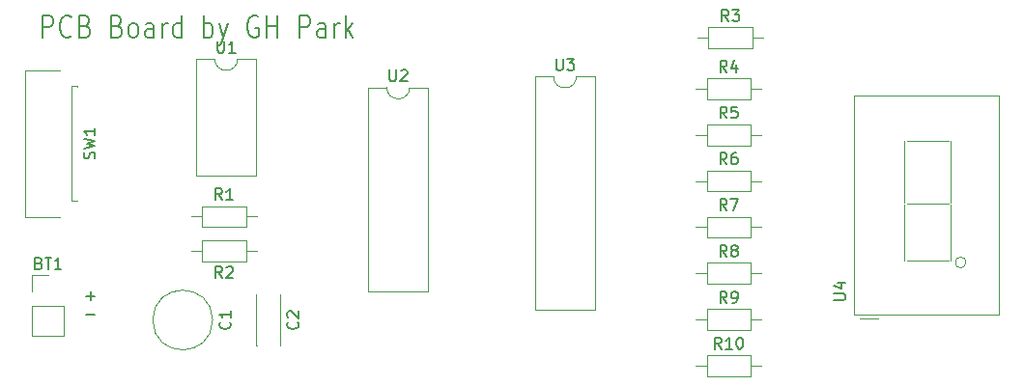
<source format=gbr>
%TF.GenerationSoftware,KiCad,Pcbnew,9.0.4*%
%TF.CreationDate,2025-10-16T13:30:05+09:00*%
%TF.ProjectId,HAM_Seminar,48414d5f-5365-46d6-996e-61722e6b6963,rev?*%
%TF.SameCoordinates,Original*%
%TF.FileFunction,Legend,Top*%
%TF.FilePolarity,Positive*%
%FSLAX46Y46*%
G04 Gerber Fmt 4.6, Leading zero omitted, Abs format (unit mm)*
G04 Created by KiCad (PCBNEW 9.0.4) date 2025-10-16 13:30:05*
%MOMM*%
%LPD*%
G01*
G04 APERTURE LIST*
%ADD10C,0.150000*%
%ADD11C,0.200000*%
%ADD12C,0.120000*%
G04 APERTURE END LIST*
D10*
X173336779Y-101378922D02*
X174098684Y-101378922D01*
X173717731Y-101759875D02*
X173717731Y-100997970D01*
X173336779Y-102988866D02*
X174098684Y-102988866D01*
D11*
X169512530Y-78744838D02*
X169512530Y-76744838D01*
X169512530Y-76744838D02*
X170122054Y-76744838D01*
X170122054Y-76744838D02*
X170274435Y-76840076D01*
X170274435Y-76840076D02*
X170350625Y-76935314D01*
X170350625Y-76935314D02*
X170426816Y-77125790D01*
X170426816Y-77125790D02*
X170426816Y-77411504D01*
X170426816Y-77411504D02*
X170350625Y-77601980D01*
X170350625Y-77601980D02*
X170274435Y-77697219D01*
X170274435Y-77697219D02*
X170122054Y-77792457D01*
X170122054Y-77792457D02*
X169512530Y-77792457D01*
X172026816Y-78554361D02*
X171950625Y-78649600D01*
X171950625Y-78649600D02*
X171722054Y-78744838D01*
X171722054Y-78744838D02*
X171569673Y-78744838D01*
X171569673Y-78744838D02*
X171341101Y-78649600D01*
X171341101Y-78649600D02*
X171188720Y-78459123D01*
X171188720Y-78459123D02*
X171112530Y-78268647D01*
X171112530Y-78268647D02*
X171036339Y-77887695D01*
X171036339Y-77887695D02*
X171036339Y-77601980D01*
X171036339Y-77601980D02*
X171112530Y-77221028D01*
X171112530Y-77221028D02*
X171188720Y-77030552D01*
X171188720Y-77030552D02*
X171341101Y-76840076D01*
X171341101Y-76840076D02*
X171569673Y-76744838D01*
X171569673Y-76744838D02*
X171722054Y-76744838D01*
X171722054Y-76744838D02*
X171950625Y-76840076D01*
X171950625Y-76840076D02*
X172026816Y-76935314D01*
X173245863Y-77697219D02*
X173474435Y-77792457D01*
X173474435Y-77792457D02*
X173550625Y-77887695D01*
X173550625Y-77887695D02*
X173626816Y-78078171D01*
X173626816Y-78078171D02*
X173626816Y-78363885D01*
X173626816Y-78363885D02*
X173550625Y-78554361D01*
X173550625Y-78554361D02*
X173474435Y-78649600D01*
X173474435Y-78649600D02*
X173322054Y-78744838D01*
X173322054Y-78744838D02*
X172712530Y-78744838D01*
X172712530Y-78744838D02*
X172712530Y-76744838D01*
X172712530Y-76744838D02*
X173245863Y-76744838D01*
X173245863Y-76744838D02*
X173398244Y-76840076D01*
X173398244Y-76840076D02*
X173474435Y-76935314D01*
X173474435Y-76935314D02*
X173550625Y-77125790D01*
X173550625Y-77125790D02*
X173550625Y-77316266D01*
X173550625Y-77316266D02*
X173474435Y-77506742D01*
X173474435Y-77506742D02*
X173398244Y-77601980D01*
X173398244Y-77601980D02*
X173245863Y-77697219D01*
X173245863Y-77697219D02*
X172712530Y-77697219D01*
X176064911Y-77697219D02*
X176293483Y-77792457D01*
X176293483Y-77792457D02*
X176369673Y-77887695D01*
X176369673Y-77887695D02*
X176445864Y-78078171D01*
X176445864Y-78078171D02*
X176445864Y-78363885D01*
X176445864Y-78363885D02*
X176369673Y-78554361D01*
X176369673Y-78554361D02*
X176293483Y-78649600D01*
X176293483Y-78649600D02*
X176141102Y-78744838D01*
X176141102Y-78744838D02*
X175531578Y-78744838D01*
X175531578Y-78744838D02*
X175531578Y-76744838D01*
X175531578Y-76744838D02*
X176064911Y-76744838D01*
X176064911Y-76744838D02*
X176217292Y-76840076D01*
X176217292Y-76840076D02*
X176293483Y-76935314D01*
X176293483Y-76935314D02*
X176369673Y-77125790D01*
X176369673Y-77125790D02*
X176369673Y-77316266D01*
X176369673Y-77316266D02*
X176293483Y-77506742D01*
X176293483Y-77506742D02*
X176217292Y-77601980D01*
X176217292Y-77601980D02*
X176064911Y-77697219D01*
X176064911Y-77697219D02*
X175531578Y-77697219D01*
X177360149Y-78744838D02*
X177207768Y-78649600D01*
X177207768Y-78649600D02*
X177131578Y-78554361D01*
X177131578Y-78554361D02*
X177055387Y-78363885D01*
X177055387Y-78363885D02*
X177055387Y-77792457D01*
X177055387Y-77792457D02*
X177131578Y-77601980D01*
X177131578Y-77601980D02*
X177207768Y-77506742D01*
X177207768Y-77506742D02*
X177360149Y-77411504D01*
X177360149Y-77411504D02*
X177588721Y-77411504D01*
X177588721Y-77411504D02*
X177741102Y-77506742D01*
X177741102Y-77506742D02*
X177817292Y-77601980D01*
X177817292Y-77601980D02*
X177893483Y-77792457D01*
X177893483Y-77792457D02*
X177893483Y-78363885D01*
X177893483Y-78363885D02*
X177817292Y-78554361D01*
X177817292Y-78554361D02*
X177741102Y-78649600D01*
X177741102Y-78649600D02*
X177588721Y-78744838D01*
X177588721Y-78744838D02*
X177360149Y-78744838D01*
X179264911Y-78744838D02*
X179264911Y-77697219D01*
X179264911Y-77697219D02*
X179188721Y-77506742D01*
X179188721Y-77506742D02*
X179036340Y-77411504D01*
X179036340Y-77411504D02*
X178731578Y-77411504D01*
X178731578Y-77411504D02*
X178579197Y-77506742D01*
X179264911Y-78649600D02*
X179112530Y-78744838D01*
X179112530Y-78744838D02*
X178731578Y-78744838D01*
X178731578Y-78744838D02*
X178579197Y-78649600D01*
X178579197Y-78649600D02*
X178503006Y-78459123D01*
X178503006Y-78459123D02*
X178503006Y-78268647D01*
X178503006Y-78268647D02*
X178579197Y-78078171D01*
X178579197Y-78078171D02*
X178731578Y-77982933D01*
X178731578Y-77982933D02*
X179112530Y-77982933D01*
X179112530Y-77982933D02*
X179264911Y-77887695D01*
X180026816Y-78744838D02*
X180026816Y-77411504D01*
X180026816Y-77792457D02*
X180103006Y-77601980D01*
X180103006Y-77601980D02*
X180179197Y-77506742D01*
X180179197Y-77506742D02*
X180331578Y-77411504D01*
X180331578Y-77411504D02*
X180483959Y-77411504D01*
X181703006Y-78744838D02*
X181703006Y-76744838D01*
X181703006Y-78649600D02*
X181550625Y-78744838D01*
X181550625Y-78744838D02*
X181245863Y-78744838D01*
X181245863Y-78744838D02*
X181093482Y-78649600D01*
X181093482Y-78649600D02*
X181017292Y-78554361D01*
X181017292Y-78554361D02*
X180941101Y-78363885D01*
X180941101Y-78363885D02*
X180941101Y-77792457D01*
X180941101Y-77792457D02*
X181017292Y-77601980D01*
X181017292Y-77601980D02*
X181093482Y-77506742D01*
X181093482Y-77506742D02*
X181245863Y-77411504D01*
X181245863Y-77411504D02*
X181550625Y-77411504D01*
X181550625Y-77411504D02*
X181703006Y-77506742D01*
X183683959Y-78744838D02*
X183683959Y-76744838D01*
X183683959Y-77506742D02*
X183836340Y-77411504D01*
X183836340Y-77411504D02*
X184141102Y-77411504D01*
X184141102Y-77411504D02*
X184293483Y-77506742D01*
X184293483Y-77506742D02*
X184369673Y-77601980D01*
X184369673Y-77601980D02*
X184445864Y-77792457D01*
X184445864Y-77792457D02*
X184445864Y-78363885D01*
X184445864Y-78363885D02*
X184369673Y-78554361D01*
X184369673Y-78554361D02*
X184293483Y-78649600D01*
X184293483Y-78649600D02*
X184141102Y-78744838D01*
X184141102Y-78744838D02*
X183836340Y-78744838D01*
X183836340Y-78744838D02*
X183683959Y-78649600D01*
X184979197Y-77411504D02*
X185360149Y-78744838D01*
X185741102Y-77411504D02*
X185360149Y-78744838D01*
X185360149Y-78744838D02*
X185207768Y-79221028D01*
X185207768Y-79221028D02*
X185131578Y-79316266D01*
X185131578Y-79316266D02*
X184979197Y-79411504D01*
X188407769Y-76840076D02*
X188255388Y-76744838D01*
X188255388Y-76744838D02*
X188026817Y-76744838D01*
X188026817Y-76744838D02*
X187798245Y-76840076D01*
X187798245Y-76840076D02*
X187645864Y-77030552D01*
X187645864Y-77030552D02*
X187569674Y-77221028D01*
X187569674Y-77221028D02*
X187493483Y-77601980D01*
X187493483Y-77601980D02*
X187493483Y-77887695D01*
X187493483Y-77887695D02*
X187569674Y-78268647D01*
X187569674Y-78268647D02*
X187645864Y-78459123D01*
X187645864Y-78459123D02*
X187798245Y-78649600D01*
X187798245Y-78649600D02*
X188026817Y-78744838D01*
X188026817Y-78744838D02*
X188179198Y-78744838D01*
X188179198Y-78744838D02*
X188407769Y-78649600D01*
X188407769Y-78649600D02*
X188483960Y-78554361D01*
X188483960Y-78554361D02*
X188483960Y-77887695D01*
X188483960Y-77887695D02*
X188179198Y-77887695D01*
X189169674Y-78744838D02*
X189169674Y-76744838D01*
X189169674Y-77697219D02*
X190083960Y-77697219D01*
X190083960Y-78744838D02*
X190083960Y-76744838D01*
X192064912Y-78744838D02*
X192064912Y-76744838D01*
X192064912Y-76744838D02*
X192674436Y-76744838D01*
X192674436Y-76744838D02*
X192826817Y-76840076D01*
X192826817Y-76840076D02*
X192903007Y-76935314D01*
X192903007Y-76935314D02*
X192979198Y-77125790D01*
X192979198Y-77125790D02*
X192979198Y-77411504D01*
X192979198Y-77411504D02*
X192903007Y-77601980D01*
X192903007Y-77601980D02*
X192826817Y-77697219D01*
X192826817Y-77697219D02*
X192674436Y-77792457D01*
X192674436Y-77792457D02*
X192064912Y-77792457D01*
X194350626Y-78744838D02*
X194350626Y-77697219D01*
X194350626Y-77697219D02*
X194274436Y-77506742D01*
X194274436Y-77506742D02*
X194122055Y-77411504D01*
X194122055Y-77411504D02*
X193817293Y-77411504D01*
X193817293Y-77411504D02*
X193664912Y-77506742D01*
X194350626Y-78649600D02*
X194198245Y-78744838D01*
X194198245Y-78744838D02*
X193817293Y-78744838D01*
X193817293Y-78744838D02*
X193664912Y-78649600D01*
X193664912Y-78649600D02*
X193588721Y-78459123D01*
X193588721Y-78459123D02*
X193588721Y-78268647D01*
X193588721Y-78268647D02*
X193664912Y-78078171D01*
X193664912Y-78078171D02*
X193817293Y-77982933D01*
X193817293Y-77982933D02*
X194198245Y-77982933D01*
X194198245Y-77982933D02*
X194350626Y-77887695D01*
X195112531Y-78744838D02*
X195112531Y-77411504D01*
X195112531Y-77792457D02*
X195188721Y-77601980D01*
X195188721Y-77601980D02*
X195264912Y-77506742D01*
X195264912Y-77506742D02*
X195417293Y-77411504D01*
X195417293Y-77411504D02*
X195569674Y-77411504D01*
X196103007Y-78744838D02*
X196103007Y-76744838D01*
X196255388Y-77982933D02*
X196712531Y-78744838D01*
X196712531Y-77411504D02*
X196103007Y-78173409D01*
D10*
X229643333Y-77284819D02*
X229310000Y-76808628D01*
X229071905Y-77284819D02*
X229071905Y-76284819D01*
X229071905Y-76284819D02*
X229452857Y-76284819D01*
X229452857Y-76284819D02*
X229548095Y-76332438D01*
X229548095Y-76332438D02*
X229595714Y-76380057D01*
X229595714Y-76380057D02*
X229643333Y-76475295D01*
X229643333Y-76475295D02*
X229643333Y-76618152D01*
X229643333Y-76618152D02*
X229595714Y-76713390D01*
X229595714Y-76713390D02*
X229548095Y-76761009D01*
X229548095Y-76761009D02*
X229452857Y-76808628D01*
X229452857Y-76808628D02*
X229071905Y-76808628D01*
X229976667Y-76284819D02*
X230595714Y-76284819D01*
X230595714Y-76284819D02*
X230262381Y-76665771D01*
X230262381Y-76665771D02*
X230405238Y-76665771D01*
X230405238Y-76665771D02*
X230500476Y-76713390D01*
X230500476Y-76713390D02*
X230548095Y-76761009D01*
X230548095Y-76761009D02*
X230595714Y-76856247D01*
X230595714Y-76856247D02*
X230595714Y-77094342D01*
X230595714Y-77094342D02*
X230548095Y-77189580D01*
X230548095Y-77189580D02*
X230500476Y-77237200D01*
X230500476Y-77237200D02*
X230405238Y-77284819D01*
X230405238Y-77284819D02*
X230119524Y-77284819D01*
X230119524Y-77284819D02*
X230024286Y-77237200D01*
X230024286Y-77237200D02*
X229976667Y-77189580D01*
X169214285Y-98511009D02*
X169357142Y-98558628D01*
X169357142Y-98558628D02*
X169404761Y-98606247D01*
X169404761Y-98606247D02*
X169452380Y-98701485D01*
X169452380Y-98701485D02*
X169452380Y-98844342D01*
X169452380Y-98844342D02*
X169404761Y-98939580D01*
X169404761Y-98939580D02*
X169357142Y-98987200D01*
X169357142Y-98987200D02*
X169261904Y-99034819D01*
X169261904Y-99034819D02*
X168880952Y-99034819D01*
X168880952Y-99034819D02*
X168880952Y-98034819D01*
X168880952Y-98034819D02*
X169214285Y-98034819D01*
X169214285Y-98034819D02*
X169309523Y-98082438D01*
X169309523Y-98082438D02*
X169357142Y-98130057D01*
X169357142Y-98130057D02*
X169404761Y-98225295D01*
X169404761Y-98225295D02*
X169404761Y-98320533D01*
X169404761Y-98320533D02*
X169357142Y-98415771D01*
X169357142Y-98415771D02*
X169309523Y-98463390D01*
X169309523Y-98463390D02*
X169214285Y-98511009D01*
X169214285Y-98511009D02*
X168880952Y-98511009D01*
X169738095Y-98034819D02*
X170309523Y-98034819D01*
X170023809Y-99034819D02*
X170023809Y-98034819D01*
X171166666Y-99034819D02*
X170595238Y-99034819D01*
X170880952Y-99034819D02*
X170880952Y-98034819D01*
X170880952Y-98034819D02*
X170785714Y-98177676D01*
X170785714Y-98177676D02*
X170690476Y-98272914D01*
X170690476Y-98272914D02*
X170595238Y-98320533D01*
X185253333Y-92954819D02*
X184920000Y-92478628D01*
X184681905Y-92954819D02*
X184681905Y-91954819D01*
X184681905Y-91954819D02*
X185062857Y-91954819D01*
X185062857Y-91954819D02*
X185158095Y-92002438D01*
X185158095Y-92002438D02*
X185205714Y-92050057D01*
X185205714Y-92050057D02*
X185253333Y-92145295D01*
X185253333Y-92145295D02*
X185253333Y-92288152D01*
X185253333Y-92288152D02*
X185205714Y-92383390D01*
X185205714Y-92383390D02*
X185158095Y-92431009D01*
X185158095Y-92431009D02*
X185062857Y-92478628D01*
X185062857Y-92478628D02*
X184681905Y-92478628D01*
X186205714Y-92954819D02*
X185634286Y-92954819D01*
X185920000Y-92954819D02*
X185920000Y-91954819D01*
X185920000Y-91954819D02*
X185824762Y-92097676D01*
X185824762Y-92097676D02*
X185729524Y-92192914D01*
X185729524Y-92192914D02*
X185634286Y-92240533D01*
X199928095Y-81544819D02*
X199928095Y-82354342D01*
X199928095Y-82354342D02*
X199975714Y-82449580D01*
X199975714Y-82449580D02*
X200023333Y-82497200D01*
X200023333Y-82497200D02*
X200118571Y-82544819D01*
X200118571Y-82544819D02*
X200309047Y-82544819D01*
X200309047Y-82544819D02*
X200404285Y-82497200D01*
X200404285Y-82497200D02*
X200451904Y-82449580D01*
X200451904Y-82449580D02*
X200499523Y-82354342D01*
X200499523Y-82354342D02*
X200499523Y-81544819D01*
X200928095Y-81640057D02*
X200975714Y-81592438D01*
X200975714Y-81592438D02*
X201070952Y-81544819D01*
X201070952Y-81544819D02*
X201309047Y-81544819D01*
X201309047Y-81544819D02*
X201404285Y-81592438D01*
X201404285Y-81592438D02*
X201451904Y-81640057D01*
X201451904Y-81640057D02*
X201499523Y-81735295D01*
X201499523Y-81735295D02*
X201499523Y-81830533D01*
X201499523Y-81830533D02*
X201451904Y-81973390D01*
X201451904Y-81973390D02*
X200880476Y-82544819D01*
X200880476Y-82544819D02*
X201499523Y-82544819D01*
X184853095Y-79044819D02*
X184853095Y-79854342D01*
X184853095Y-79854342D02*
X184900714Y-79949580D01*
X184900714Y-79949580D02*
X184948333Y-79997200D01*
X184948333Y-79997200D02*
X185043571Y-80044819D01*
X185043571Y-80044819D02*
X185234047Y-80044819D01*
X185234047Y-80044819D02*
X185329285Y-79997200D01*
X185329285Y-79997200D02*
X185376904Y-79949580D01*
X185376904Y-79949580D02*
X185424523Y-79854342D01*
X185424523Y-79854342D02*
X185424523Y-79044819D01*
X186424523Y-80044819D02*
X185853095Y-80044819D01*
X186138809Y-80044819D02*
X186138809Y-79044819D01*
X186138809Y-79044819D02*
X186043571Y-79187676D01*
X186043571Y-79187676D02*
X185948333Y-79282914D01*
X185948333Y-79282914D02*
X185853095Y-79330533D01*
X214548095Y-80584819D02*
X214548095Y-81394342D01*
X214548095Y-81394342D02*
X214595714Y-81489580D01*
X214595714Y-81489580D02*
X214643333Y-81537200D01*
X214643333Y-81537200D02*
X214738571Y-81584819D01*
X214738571Y-81584819D02*
X214929047Y-81584819D01*
X214929047Y-81584819D02*
X215024285Y-81537200D01*
X215024285Y-81537200D02*
X215071904Y-81489580D01*
X215071904Y-81489580D02*
X215119523Y-81394342D01*
X215119523Y-81394342D02*
X215119523Y-80584819D01*
X215500476Y-80584819D02*
X216119523Y-80584819D01*
X216119523Y-80584819D02*
X215786190Y-80965771D01*
X215786190Y-80965771D02*
X215929047Y-80965771D01*
X215929047Y-80965771D02*
X216024285Y-81013390D01*
X216024285Y-81013390D02*
X216071904Y-81061009D01*
X216071904Y-81061009D02*
X216119523Y-81156247D01*
X216119523Y-81156247D02*
X216119523Y-81394342D01*
X216119523Y-81394342D02*
X216071904Y-81489580D01*
X216071904Y-81489580D02*
X216024285Y-81537200D01*
X216024285Y-81537200D02*
X215929047Y-81584819D01*
X215929047Y-81584819D02*
X215643333Y-81584819D01*
X215643333Y-81584819D02*
X215548095Y-81537200D01*
X215548095Y-81537200D02*
X215500476Y-81489580D01*
X191864580Y-103666666D02*
X191912200Y-103714285D01*
X191912200Y-103714285D02*
X191959819Y-103857142D01*
X191959819Y-103857142D02*
X191959819Y-103952380D01*
X191959819Y-103952380D02*
X191912200Y-104095237D01*
X191912200Y-104095237D02*
X191816961Y-104190475D01*
X191816961Y-104190475D02*
X191721723Y-104238094D01*
X191721723Y-104238094D02*
X191531247Y-104285713D01*
X191531247Y-104285713D02*
X191388390Y-104285713D01*
X191388390Y-104285713D02*
X191197914Y-104238094D01*
X191197914Y-104238094D02*
X191102676Y-104190475D01*
X191102676Y-104190475D02*
X191007438Y-104095237D01*
X191007438Y-104095237D02*
X190959819Y-103952380D01*
X190959819Y-103952380D02*
X190959819Y-103857142D01*
X190959819Y-103857142D02*
X191007438Y-103714285D01*
X191007438Y-103714285D02*
X191055057Y-103666666D01*
X191055057Y-103285713D02*
X191007438Y-103238094D01*
X191007438Y-103238094D02*
X190959819Y-103142856D01*
X190959819Y-103142856D02*
X190959819Y-102904761D01*
X190959819Y-102904761D02*
X191007438Y-102809523D01*
X191007438Y-102809523D02*
X191055057Y-102761904D01*
X191055057Y-102761904D02*
X191150295Y-102714285D01*
X191150295Y-102714285D02*
X191245533Y-102714285D01*
X191245533Y-102714285D02*
X191388390Y-102761904D01*
X191388390Y-102761904D02*
X191959819Y-103333332D01*
X191959819Y-103333332D02*
X191959819Y-102714285D01*
X238894819Y-101729404D02*
X239704342Y-101729404D01*
X239704342Y-101729404D02*
X239799580Y-101681785D01*
X239799580Y-101681785D02*
X239847200Y-101634166D01*
X239847200Y-101634166D02*
X239894819Y-101538928D01*
X239894819Y-101538928D02*
X239894819Y-101348452D01*
X239894819Y-101348452D02*
X239847200Y-101253214D01*
X239847200Y-101253214D02*
X239799580Y-101205595D01*
X239799580Y-101205595D02*
X239704342Y-101157976D01*
X239704342Y-101157976D02*
X238894819Y-101157976D01*
X239228152Y-100253214D02*
X239894819Y-100253214D01*
X238847200Y-100491309D02*
X239561485Y-100729404D01*
X239561485Y-100729404D02*
X239561485Y-100110357D01*
X185914580Y-103666666D02*
X185962200Y-103714285D01*
X185962200Y-103714285D02*
X186009819Y-103857142D01*
X186009819Y-103857142D02*
X186009819Y-103952380D01*
X186009819Y-103952380D02*
X185962200Y-104095237D01*
X185962200Y-104095237D02*
X185866961Y-104190475D01*
X185866961Y-104190475D02*
X185771723Y-104238094D01*
X185771723Y-104238094D02*
X185581247Y-104285713D01*
X185581247Y-104285713D02*
X185438390Y-104285713D01*
X185438390Y-104285713D02*
X185247914Y-104238094D01*
X185247914Y-104238094D02*
X185152676Y-104190475D01*
X185152676Y-104190475D02*
X185057438Y-104095237D01*
X185057438Y-104095237D02*
X185009819Y-103952380D01*
X185009819Y-103952380D02*
X185009819Y-103857142D01*
X185009819Y-103857142D02*
X185057438Y-103714285D01*
X185057438Y-103714285D02*
X185105057Y-103666666D01*
X186009819Y-102714285D02*
X186009819Y-103285713D01*
X186009819Y-102999999D02*
X185009819Y-102999999D01*
X185009819Y-102999999D02*
X185152676Y-103095237D01*
X185152676Y-103095237D02*
X185247914Y-103190475D01*
X185247914Y-103190475D02*
X185295533Y-103285713D01*
X229483333Y-101984819D02*
X229150000Y-101508628D01*
X228911905Y-101984819D02*
X228911905Y-100984819D01*
X228911905Y-100984819D02*
X229292857Y-100984819D01*
X229292857Y-100984819D02*
X229388095Y-101032438D01*
X229388095Y-101032438D02*
X229435714Y-101080057D01*
X229435714Y-101080057D02*
X229483333Y-101175295D01*
X229483333Y-101175295D02*
X229483333Y-101318152D01*
X229483333Y-101318152D02*
X229435714Y-101413390D01*
X229435714Y-101413390D02*
X229388095Y-101461009D01*
X229388095Y-101461009D02*
X229292857Y-101508628D01*
X229292857Y-101508628D02*
X228911905Y-101508628D01*
X229959524Y-101984819D02*
X230150000Y-101984819D01*
X230150000Y-101984819D02*
X230245238Y-101937200D01*
X230245238Y-101937200D02*
X230292857Y-101889580D01*
X230292857Y-101889580D02*
X230388095Y-101746723D01*
X230388095Y-101746723D02*
X230435714Y-101556247D01*
X230435714Y-101556247D02*
X230435714Y-101175295D01*
X230435714Y-101175295D02*
X230388095Y-101080057D01*
X230388095Y-101080057D02*
X230340476Y-101032438D01*
X230340476Y-101032438D02*
X230245238Y-100984819D01*
X230245238Y-100984819D02*
X230054762Y-100984819D01*
X230054762Y-100984819D02*
X229959524Y-101032438D01*
X229959524Y-101032438D02*
X229911905Y-101080057D01*
X229911905Y-101080057D02*
X229864286Y-101175295D01*
X229864286Y-101175295D02*
X229864286Y-101413390D01*
X229864286Y-101413390D02*
X229911905Y-101508628D01*
X229911905Y-101508628D02*
X229959524Y-101556247D01*
X229959524Y-101556247D02*
X230054762Y-101603866D01*
X230054762Y-101603866D02*
X230245238Y-101603866D01*
X230245238Y-101603866D02*
X230340476Y-101556247D01*
X230340476Y-101556247D02*
X230388095Y-101508628D01*
X230388095Y-101508628D02*
X230435714Y-101413390D01*
X229483333Y-85784819D02*
X229150000Y-85308628D01*
X228911905Y-85784819D02*
X228911905Y-84784819D01*
X228911905Y-84784819D02*
X229292857Y-84784819D01*
X229292857Y-84784819D02*
X229388095Y-84832438D01*
X229388095Y-84832438D02*
X229435714Y-84880057D01*
X229435714Y-84880057D02*
X229483333Y-84975295D01*
X229483333Y-84975295D02*
X229483333Y-85118152D01*
X229483333Y-85118152D02*
X229435714Y-85213390D01*
X229435714Y-85213390D02*
X229388095Y-85261009D01*
X229388095Y-85261009D02*
X229292857Y-85308628D01*
X229292857Y-85308628D02*
X228911905Y-85308628D01*
X230388095Y-84784819D02*
X229911905Y-84784819D01*
X229911905Y-84784819D02*
X229864286Y-85261009D01*
X229864286Y-85261009D02*
X229911905Y-85213390D01*
X229911905Y-85213390D02*
X230007143Y-85165771D01*
X230007143Y-85165771D02*
X230245238Y-85165771D01*
X230245238Y-85165771D02*
X230340476Y-85213390D01*
X230340476Y-85213390D02*
X230388095Y-85261009D01*
X230388095Y-85261009D02*
X230435714Y-85356247D01*
X230435714Y-85356247D02*
X230435714Y-85594342D01*
X230435714Y-85594342D02*
X230388095Y-85689580D01*
X230388095Y-85689580D02*
X230340476Y-85737200D01*
X230340476Y-85737200D02*
X230245238Y-85784819D01*
X230245238Y-85784819D02*
X230007143Y-85784819D01*
X230007143Y-85784819D02*
X229911905Y-85737200D01*
X229911905Y-85737200D02*
X229864286Y-85689580D01*
X229483333Y-97934819D02*
X229150000Y-97458628D01*
X228911905Y-97934819D02*
X228911905Y-96934819D01*
X228911905Y-96934819D02*
X229292857Y-96934819D01*
X229292857Y-96934819D02*
X229388095Y-96982438D01*
X229388095Y-96982438D02*
X229435714Y-97030057D01*
X229435714Y-97030057D02*
X229483333Y-97125295D01*
X229483333Y-97125295D02*
X229483333Y-97268152D01*
X229483333Y-97268152D02*
X229435714Y-97363390D01*
X229435714Y-97363390D02*
X229388095Y-97411009D01*
X229388095Y-97411009D02*
X229292857Y-97458628D01*
X229292857Y-97458628D02*
X228911905Y-97458628D01*
X230054762Y-97363390D02*
X229959524Y-97315771D01*
X229959524Y-97315771D02*
X229911905Y-97268152D01*
X229911905Y-97268152D02*
X229864286Y-97172914D01*
X229864286Y-97172914D02*
X229864286Y-97125295D01*
X229864286Y-97125295D02*
X229911905Y-97030057D01*
X229911905Y-97030057D02*
X229959524Y-96982438D01*
X229959524Y-96982438D02*
X230054762Y-96934819D01*
X230054762Y-96934819D02*
X230245238Y-96934819D01*
X230245238Y-96934819D02*
X230340476Y-96982438D01*
X230340476Y-96982438D02*
X230388095Y-97030057D01*
X230388095Y-97030057D02*
X230435714Y-97125295D01*
X230435714Y-97125295D02*
X230435714Y-97172914D01*
X230435714Y-97172914D02*
X230388095Y-97268152D01*
X230388095Y-97268152D02*
X230340476Y-97315771D01*
X230340476Y-97315771D02*
X230245238Y-97363390D01*
X230245238Y-97363390D02*
X230054762Y-97363390D01*
X230054762Y-97363390D02*
X229959524Y-97411009D01*
X229959524Y-97411009D02*
X229911905Y-97458628D01*
X229911905Y-97458628D02*
X229864286Y-97553866D01*
X229864286Y-97553866D02*
X229864286Y-97744342D01*
X229864286Y-97744342D02*
X229911905Y-97839580D01*
X229911905Y-97839580D02*
X229959524Y-97887200D01*
X229959524Y-97887200D02*
X230054762Y-97934819D01*
X230054762Y-97934819D02*
X230245238Y-97934819D01*
X230245238Y-97934819D02*
X230340476Y-97887200D01*
X230340476Y-97887200D02*
X230388095Y-97839580D01*
X230388095Y-97839580D02*
X230435714Y-97744342D01*
X230435714Y-97744342D02*
X230435714Y-97553866D01*
X230435714Y-97553866D02*
X230388095Y-97458628D01*
X230388095Y-97458628D02*
X230340476Y-97411009D01*
X230340476Y-97411009D02*
X230245238Y-97363390D01*
X174077200Y-89333332D02*
X174124819Y-89190475D01*
X174124819Y-89190475D02*
X174124819Y-88952380D01*
X174124819Y-88952380D02*
X174077200Y-88857142D01*
X174077200Y-88857142D02*
X174029580Y-88809523D01*
X174029580Y-88809523D02*
X173934342Y-88761904D01*
X173934342Y-88761904D02*
X173839104Y-88761904D01*
X173839104Y-88761904D02*
X173743866Y-88809523D01*
X173743866Y-88809523D02*
X173696247Y-88857142D01*
X173696247Y-88857142D02*
X173648628Y-88952380D01*
X173648628Y-88952380D02*
X173601009Y-89142856D01*
X173601009Y-89142856D02*
X173553390Y-89238094D01*
X173553390Y-89238094D02*
X173505771Y-89285713D01*
X173505771Y-89285713D02*
X173410533Y-89333332D01*
X173410533Y-89333332D02*
X173315295Y-89333332D01*
X173315295Y-89333332D02*
X173220057Y-89285713D01*
X173220057Y-89285713D02*
X173172438Y-89238094D01*
X173172438Y-89238094D02*
X173124819Y-89142856D01*
X173124819Y-89142856D02*
X173124819Y-88904761D01*
X173124819Y-88904761D02*
X173172438Y-88761904D01*
X173124819Y-88428570D02*
X174124819Y-88190475D01*
X174124819Y-88190475D02*
X173410533Y-87999999D01*
X173410533Y-87999999D02*
X174124819Y-87809523D01*
X174124819Y-87809523D02*
X173124819Y-87571428D01*
X174124819Y-86666666D02*
X174124819Y-87238094D01*
X174124819Y-86952380D02*
X173124819Y-86952380D01*
X173124819Y-86952380D02*
X173267676Y-87047618D01*
X173267676Y-87047618D02*
X173362914Y-87142856D01*
X173362914Y-87142856D02*
X173410533Y-87238094D01*
X229483333Y-81734819D02*
X229150000Y-81258628D01*
X228911905Y-81734819D02*
X228911905Y-80734819D01*
X228911905Y-80734819D02*
X229292857Y-80734819D01*
X229292857Y-80734819D02*
X229388095Y-80782438D01*
X229388095Y-80782438D02*
X229435714Y-80830057D01*
X229435714Y-80830057D02*
X229483333Y-80925295D01*
X229483333Y-80925295D02*
X229483333Y-81068152D01*
X229483333Y-81068152D02*
X229435714Y-81163390D01*
X229435714Y-81163390D02*
X229388095Y-81211009D01*
X229388095Y-81211009D02*
X229292857Y-81258628D01*
X229292857Y-81258628D02*
X228911905Y-81258628D01*
X230340476Y-81068152D02*
X230340476Y-81734819D01*
X230102381Y-80687200D02*
X229864286Y-81401485D01*
X229864286Y-81401485D02*
X230483333Y-81401485D01*
X229483333Y-93884819D02*
X229150000Y-93408628D01*
X228911905Y-93884819D02*
X228911905Y-92884819D01*
X228911905Y-92884819D02*
X229292857Y-92884819D01*
X229292857Y-92884819D02*
X229388095Y-92932438D01*
X229388095Y-92932438D02*
X229435714Y-92980057D01*
X229435714Y-92980057D02*
X229483333Y-93075295D01*
X229483333Y-93075295D02*
X229483333Y-93218152D01*
X229483333Y-93218152D02*
X229435714Y-93313390D01*
X229435714Y-93313390D02*
X229388095Y-93361009D01*
X229388095Y-93361009D02*
X229292857Y-93408628D01*
X229292857Y-93408628D02*
X228911905Y-93408628D01*
X229816667Y-92884819D02*
X230483333Y-92884819D01*
X230483333Y-92884819D02*
X230054762Y-93884819D01*
X229483333Y-89834819D02*
X229150000Y-89358628D01*
X228911905Y-89834819D02*
X228911905Y-88834819D01*
X228911905Y-88834819D02*
X229292857Y-88834819D01*
X229292857Y-88834819D02*
X229388095Y-88882438D01*
X229388095Y-88882438D02*
X229435714Y-88930057D01*
X229435714Y-88930057D02*
X229483333Y-89025295D01*
X229483333Y-89025295D02*
X229483333Y-89168152D01*
X229483333Y-89168152D02*
X229435714Y-89263390D01*
X229435714Y-89263390D02*
X229388095Y-89311009D01*
X229388095Y-89311009D02*
X229292857Y-89358628D01*
X229292857Y-89358628D02*
X228911905Y-89358628D01*
X230340476Y-88834819D02*
X230150000Y-88834819D01*
X230150000Y-88834819D02*
X230054762Y-88882438D01*
X230054762Y-88882438D02*
X230007143Y-88930057D01*
X230007143Y-88930057D02*
X229911905Y-89072914D01*
X229911905Y-89072914D02*
X229864286Y-89263390D01*
X229864286Y-89263390D02*
X229864286Y-89644342D01*
X229864286Y-89644342D02*
X229911905Y-89739580D01*
X229911905Y-89739580D02*
X229959524Y-89787200D01*
X229959524Y-89787200D02*
X230054762Y-89834819D01*
X230054762Y-89834819D02*
X230245238Y-89834819D01*
X230245238Y-89834819D02*
X230340476Y-89787200D01*
X230340476Y-89787200D02*
X230388095Y-89739580D01*
X230388095Y-89739580D02*
X230435714Y-89644342D01*
X230435714Y-89644342D02*
X230435714Y-89406247D01*
X230435714Y-89406247D02*
X230388095Y-89311009D01*
X230388095Y-89311009D02*
X230340476Y-89263390D01*
X230340476Y-89263390D02*
X230245238Y-89215771D01*
X230245238Y-89215771D02*
X230054762Y-89215771D01*
X230054762Y-89215771D02*
X229959524Y-89263390D01*
X229959524Y-89263390D02*
X229911905Y-89311009D01*
X229911905Y-89311009D02*
X229864286Y-89406247D01*
X185253333Y-99794819D02*
X184920000Y-99318628D01*
X184681905Y-99794819D02*
X184681905Y-98794819D01*
X184681905Y-98794819D02*
X185062857Y-98794819D01*
X185062857Y-98794819D02*
X185158095Y-98842438D01*
X185158095Y-98842438D02*
X185205714Y-98890057D01*
X185205714Y-98890057D02*
X185253333Y-98985295D01*
X185253333Y-98985295D02*
X185253333Y-99128152D01*
X185253333Y-99128152D02*
X185205714Y-99223390D01*
X185205714Y-99223390D02*
X185158095Y-99271009D01*
X185158095Y-99271009D02*
X185062857Y-99318628D01*
X185062857Y-99318628D02*
X184681905Y-99318628D01*
X185634286Y-98890057D02*
X185681905Y-98842438D01*
X185681905Y-98842438D02*
X185777143Y-98794819D01*
X185777143Y-98794819D02*
X186015238Y-98794819D01*
X186015238Y-98794819D02*
X186110476Y-98842438D01*
X186110476Y-98842438D02*
X186158095Y-98890057D01*
X186158095Y-98890057D02*
X186205714Y-98985295D01*
X186205714Y-98985295D02*
X186205714Y-99080533D01*
X186205714Y-99080533D02*
X186158095Y-99223390D01*
X186158095Y-99223390D02*
X185586667Y-99794819D01*
X185586667Y-99794819D02*
X186205714Y-99794819D01*
X229007142Y-106034819D02*
X228673809Y-105558628D01*
X228435714Y-106034819D02*
X228435714Y-105034819D01*
X228435714Y-105034819D02*
X228816666Y-105034819D01*
X228816666Y-105034819D02*
X228911904Y-105082438D01*
X228911904Y-105082438D02*
X228959523Y-105130057D01*
X228959523Y-105130057D02*
X229007142Y-105225295D01*
X229007142Y-105225295D02*
X229007142Y-105368152D01*
X229007142Y-105368152D02*
X228959523Y-105463390D01*
X228959523Y-105463390D02*
X228911904Y-105511009D01*
X228911904Y-105511009D02*
X228816666Y-105558628D01*
X228816666Y-105558628D02*
X228435714Y-105558628D01*
X229959523Y-106034819D02*
X229388095Y-106034819D01*
X229673809Y-106034819D02*
X229673809Y-105034819D01*
X229673809Y-105034819D02*
X229578571Y-105177676D01*
X229578571Y-105177676D02*
X229483333Y-105272914D01*
X229483333Y-105272914D02*
X229388095Y-105320533D01*
X230578571Y-105034819D02*
X230673809Y-105034819D01*
X230673809Y-105034819D02*
X230769047Y-105082438D01*
X230769047Y-105082438D02*
X230816666Y-105130057D01*
X230816666Y-105130057D02*
X230864285Y-105225295D01*
X230864285Y-105225295D02*
X230911904Y-105415771D01*
X230911904Y-105415771D02*
X230911904Y-105653866D01*
X230911904Y-105653866D02*
X230864285Y-105844342D01*
X230864285Y-105844342D02*
X230816666Y-105939580D01*
X230816666Y-105939580D02*
X230769047Y-105987200D01*
X230769047Y-105987200D02*
X230673809Y-106034819D01*
X230673809Y-106034819D02*
X230578571Y-106034819D01*
X230578571Y-106034819D02*
X230483333Y-105987200D01*
X230483333Y-105987200D02*
X230435714Y-105939580D01*
X230435714Y-105939580D02*
X230388095Y-105844342D01*
X230388095Y-105844342D02*
X230340476Y-105653866D01*
X230340476Y-105653866D02*
X230340476Y-105415771D01*
X230340476Y-105415771D02*
X230388095Y-105225295D01*
X230388095Y-105225295D02*
X230435714Y-105130057D01*
X230435714Y-105130057D02*
X230483333Y-105082438D01*
X230483333Y-105082438D02*
X230578571Y-105034819D01*
D12*
%TO.C,R3*%
X226940000Y-78750000D02*
X227890000Y-78750000D01*
X232680000Y-78750000D02*
X231730000Y-78750000D01*
X227890000Y-77830000D02*
X231730000Y-77830000D01*
X231730000Y-79670000D01*
X227890000Y-79670000D01*
X227890000Y-77830000D01*
%TO.C,BT1*%
X168620000Y-99580000D02*
X170000000Y-99580000D01*
X168620000Y-100960000D02*
X168620000Y-99580000D01*
X168620000Y-102230000D02*
X168620000Y-104880000D01*
X168620000Y-102230000D02*
X171380000Y-102230000D01*
X168620000Y-104880000D02*
X171380000Y-104880000D01*
X171380000Y-102230000D02*
X171380000Y-104880000D01*
%TO.C,R1*%
X182550000Y-94420000D02*
X183500000Y-94420000D01*
X188290000Y-94420000D02*
X187340000Y-94420000D01*
X183500000Y-93500000D02*
X187340000Y-93500000D01*
X187340000Y-95340000D01*
X183500000Y-95340000D01*
X183500000Y-93500000D01*
%TO.C,U2*%
X198040000Y-83090000D02*
X198040000Y-100990000D01*
X198040000Y-100990000D02*
X203340000Y-100990000D01*
X199690000Y-83090000D02*
X198040000Y-83090000D01*
X203340000Y-83090000D02*
X201690000Y-83090000D01*
X203340000Y-100990000D02*
X203340000Y-83090000D01*
X201690000Y-83090000D02*
G75*
G02*
X199690000Y-83090000I-1000000J0D01*
G01*
%TO.C,U1*%
X182965000Y-80590000D02*
X182965000Y-90870000D01*
X182965000Y-90870000D02*
X188265000Y-90870000D01*
X184615000Y-80590000D02*
X182965000Y-80590000D01*
X188265000Y-80590000D02*
X186615000Y-80590000D01*
X188265000Y-90870000D02*
X188265000Y-80590000D01*
X186615000Y-80590000D02*
G75*
G02*
X184615000Y-80590000I-1000000J0D01*
G01*
%TO.C,U3*%
X212660000Y-82130000D02*
X212660000Y-102570000D01*
X212660000Y-102570000D02*
X217960000Y-102570000D01*
X214310000Y-82130000D02*
X212660000Y-82130000D01*
X217960000Y-82130000D02*
X216310000Y-82130000D01*
X217960000Y-102570000D02*
X217960000Y-82130000D01*
X216310000Y-82130000D02*
G75*
G02*
X214310000Y-82130000I-1000000J0D01*
G01*
%TO.C,C2*%
X188235000Y-105770000D02*
X188235000Y-101230000D01*
X188291000Y-105770000D02*
X188235000Y-105770000D01*
X190319000Y-101230000D02*
X190375000Y-101230000D01*
X190375000Y-101230000D02*
X190375000Y-105770000D01*
%TO.C,U4*%
X240640000Y-83767500D02*
X240640000Y-102987500D01*
X240640000Y-83767500D02*
X253360000Y-83767500D01*
X240640000Y-102987500D02*
X253360000Y-102987500D01*
X241120000Y-103337500D02*
X242730000Y-103337500D01*
X245079400Y-87814300D02*
X245079400Y-93173700D01*
X245079400Y-93351500D02*
X245079400Y-98253700D01*
X245257200Y-87788900D02*
X248940200Y-87788900D01*
X245257200Y-93249900D02*
X248940200Y-93249900D01*
X245257200Y-98253700D02*
X248940200Y-98253700D01*
X249118000Y-87814300D02*
X249118000Y-93173700D01*
X249118000Y-93351500D02*
X249118000Y-98253700D01*
X253360000Y-83767500D02*
X253360000Y-102987500D01*
X250462467Y-98439967D02*
G75*
G02*
X249517533Y-98439967I-472467J0D01*
G01*
X249517533Y-98439967D02*
G75*
G02*
X250462467Y-98439967I472467J0D01*
G01*
%TO.C,C1*%
X184425000Y-103500000D02*
G75*
G02*
X179185000Y-103500000I-2620000J0D01*
G01*
X179185000Y-103500000D02*
G75*
G02*
X184425000Y-103500000I2620000J0D01*
G01*
%TO.C,R9*%
X226780000Y-103450000D02*
X227730000Y-103450000D01*
X232520000Y-103450000D02*
X231570000Y-103450000D01*
X227730000Y-102530000D02*
X231570000Y-102530000D01*
X231570000Y-104370000D01*
X227730000Y-104370000D01*
X227730000Y-102530000D01*
%TO.C,R5*%
X226780000Y-87250000D02*
X227730000Y-87250000D01*
X232520000Y-87250000D02*
X231570000Y-87250000D01*
X227730000Y-86330000D02*
X231570000Y-86330000D01*
X231570000Y-88170000D01*
X227730000Y-88170000D01*
X227730000Y-86330000D01*
%TO.C,R8*%
X226780000Y-99400000D02*
X227730000Y-99400000D01*
X232520000Y-99400000D02*
X231570000Y-99400000D01*
X227730000Y-98480000D02*
X231570000Y-98480000D01*
X231570000Y-100320000D01*
X227730000Y-100320000D01*
X227730000Y-98480000D01*
%TO.C,SW1*%
X167990000Y-81565000D02*
X167990000Y-94435000D01*
X167990000Y-94435000D02*
X171065000Y-94435000D01*
X171065000Y-81565000D02*
X167990000Y-81565000D01*
X172080000Y-82985000D02*
X172080000Y-93015000D01*
X172080000Y-93015000D02*
X172580000Y-93015000D01*
X172580000Y-82985000D02*
X172080000Y-82985000D01*
X172580000Y-83005000D02*
X172580000Y-82985000D01*
X172580000Y-93015000D02*
X172580000Y-92995000D01*
%TO.C,R4*%
X226780000Y-83200000D02*
X227730000Y-83200000D01*
X232520000Y-83200000D02*
X231570000Y-83200000D01*
X227730000Y-82280000D02*
X231570000Y-82280000D01*
X231570000Y-84120000D01*
X227730000Y-84120000D01*
X227730000Y-82280000D01*
%TO.C,R7*%
X226780000Y-95350000D02*
X227730000Y-95350000D01*
X232520000Y-95350000D02*
X231570000Y-95350000D01*
X227730000Y-94430000D02*
X231570000Y-94430000D01*
X231570000Y-96270000D01*
X227730000Y-96270000D01*
X227730000Y-94430000D01*
%TO.C,R6*%
X226780000Y-91300000D02*
X227730000Y-91300000D01*
X232520000Y-91300000D02*
X231570000Y-91300000D01*
X227730000Y-90380000D02*
X231570000Y-90380000D01*
X231570000Y-92220000D01*
X227730000Y-92220000D01*
X227730000Y-90380000D01*
%TO.C,R2*%
X182550000Y-97420000D02*
X183500000Y-97420000D01*
X188290000Y-97420000D02*
X187340000Y-97420000D01*
X187340000Y-98340000D02*
X183500000Y-98340000D01*
X183500000Y-96500000D01*
X187340000Y-96500000D01*
X187340000Y-98340000D01*
%TO.C,R10*%
X226780000Y-107500000D02*
X227730000Y-107500000D01*
X232520000Y-107500000D02*
X231570000Y-107500000D01*
X227730000Y-106580000D02*
X231570000Y-106580000D01*
X231570000Y-108420000D01*
X227730000Y-108420000D01*
X227730000Y-106580000D01*
%TD*%
M02*

</source>
